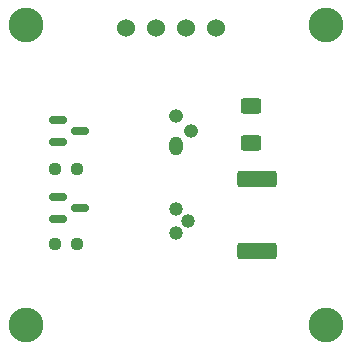
<source format=gbr>
%TF.GenerationSoftware,KiCad,Pcbnew,7.0.7*%
%TF.CreationDate,2023-10-31T17:39:05-05:00*%
%TF.ProjectId,Laser_Diode_Breakout,4c617365-725f-4446-996f-64655f427265,rev?*%
%TF.SameCoordinates,Original*%
%TF.FileFunction,Soldermask,Bot*%
%TF.FilePolarity,Negative*%
%FSLAX46Y46*%
G04 Gerber Fmt 4.6, Leading zero omitted, Abs format (unit mm)*
G04 Created by KiCad (PCBNEW 7.0.7) date 2023-10-31 17:39:05*
%MOMM*%
%LPD*%
G01*
G04 APERTURE LIST*
G04 Aperture macros list*
%AMRoundRect*
0 Rectangle with rounded corners*
0 $1 Rounding radius*
0 $2 $3 $4 $5 $6 $7 $8 $9 X,Y pos of 4 corners*
0 Add a 4 corners polygon primitive as box body*
4,1,4,$2,$3,$4,$5,$6,$7,$8,$9,$2,$3,0*
0 Add four circle primitives for the rounded corners*
1,1,$1+$1,$2,$3*
1,1,$1+$1,$4,$5*
1,1,$1+$1,$6,$7*
1,1,$1+$1,$8,$9*
0 Add four rect primitives between the rounded corners*
20,1,$1+$1,$2,$3,$4,$5,0*
20,1,$1+$1,$4,$5,$6,$7,0*
20,1,$1+$1,$6,$7,$8,$9,0*
20,1,$1+$1,$8,$9,$2,$3,0*%
G04 Aperture macros list end*
%ADD10O,1.200000X1.600000*%
%ADD11O,1.200000X1.200000*%
%ADD12C,2.946400*%
%ADD13C,1.192000*%
%ADD14RoundRect,0.249999X-1.425001X0.450001X-1.425001X-0.450001X1.425001X-0.450001X1.425001X0.450001X0*%
%ADD15C,1.524000*%
%ADD16RoundRect,0.237500X-0.250000X-0.237500X0.250000X-0.237500X0.250000X0.237500X-0.250000X0.237500X0*%
%ADD17RoundRect,0.150000X-0.587500X-0.150000X0.587500X-0.150000X0.587500X0.150000X-0.587500X0.150000X0*%
%ADD18RoundRect,0.250000X-0.625000X0.400000X-0.625000X-0.400000X0.625000X-0.400000X0.625000X0.400000X0*%
G04 APERTURE END LIST*
D10*
%TO.C,D1*%
X66986724Y-32327276D03*
D11*
X68256724Y-31057276D03*
X66986724Y-29787276D03*
%TD*%
D12*
%TO.C,V2*%
X54254724Y-47519276D03*
%TD*%
%TO.C,V1*%
X79654724Y-22119276D03*
%TD*%
D13*
%TO.C,D2*%
X66985640Y-39676580D03*
X67985640Y-38676580D03*
X66985640Y-37676580D03*
%TD*%
D12*
%TO.C,V3*%
X54253704Y-22119016D03*
%TD*%
%TO.C,V4*%
X79653699Y-47519016D03*
%TD*%
D14*
%TO.C,R1*%
X73844724Y-35117276D03*
X73844724Y-41217276D03*
%TD*%
D15*
%TO.C,Conn1*%
X70358000Y-22352000D03*
X67818000Y-22352000D03*
X65278000Y-22352000D03*
X62738000Y-22352000D03*
X62738000Y-22352000D03*
%TD*%
D16*
%TO.C,R4*%
X56745500Y-34290000D03*
X58570500Y-34290000D03*
%TD*%
D17*
%TO.C,Q1*%
X56984420Y-38542000D03*
X56984420Y-36642000D03*
X58859420Y-37592000D03*
%TD*%
D18*
%TO.C,R2*%
X73336724Y-28999276D03*
X73336724Y-32099276D03*
%TD*%
D16*
%TO.C,R3*%
X56745500Y-40640000D03*
X58570500Y-40640000D03*
%TD*%
D17*
%TO.C,Q2*%
X56983724Y-32007276D03*
X56983724Y-30107276D03*
X58858724Y-31057276D03*
%TD*%
M02*

</source>
